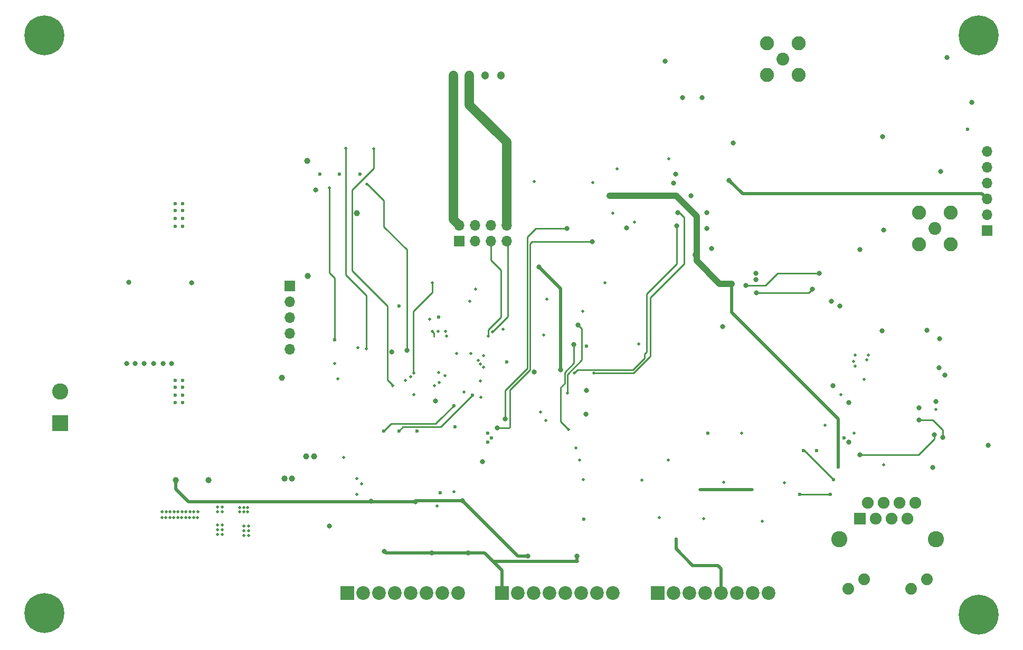
<source format=gbr>
G04 #@! TF.GenerationSoftware,KiCad,Pcbnew,(5.1.9)-1*
G04 #@! TF.CreationDate,2021-02-18T13:51:06+04:00*
G04 #@! TF.ProjectId,saxli,7361786c-692e-46b6-9963-61645f706362,rev?*
G04 #@! TF.SameCoordinates,Original*
G04 #@! TF.FileFunction,Copper,L3,Inr*
G04 #@! TF.FilePolarity,Positive*
%FSLAX46Y46*%
G04 Gerber Fmt 4.6, Leading zero omitted, Abs format (unit mm)*
G04 Created by KiCad (PCBNEW (5.1.9)-1) date 2021-02-18 13:51:06*
%MOMM*%
%LPD*%
G01*
G04 APERTURE LIST*
G04 #@! TA.AperFunction,ComponentPad*
%ADD10C,1.303000*%
G04 #@! TD*
G04 #@! TA.AperFunction,ComponentPad*
%ADD11C,2.250000*%
G04 #@! TD*
G04 #@! TA.AperFunction,ComponentPad*
%ADD12C,2.050000*%
G04 #@! TD*
G04 #@! TA.AperFunction,ComponentPad*
%ADD13O,1.700000X1.700000*%
G04 #@! TD*
G04 #@! TA.AperFunction,ComponentPad*
%ADD14R,1.700000X1.700000*%
G04 #@! TD*
G04 #@! TA.AperFunction,ComponentPad*
%ADD15R,2.200000X2.200000*%
G04 #@! TD*
G04 #@! TA.AperFunction,ComponentPad*
%ADD16C,2.200000*%
G04 #@! TD*
G04 #@! TA.AperFunction,ComponentPad*
%ADD17C,0.600000*%
G04 #@! TD*
G04 #@! TA.AperFunction,ComponentPad*
%ADD18C,2.600000*%
G04 #@! TD*
G04 #@! TA.AperFunction,ComponentPad*
%ADD19C,1.890000*%
G04 #@! TD*
G04 #@! TA.AperFunction,ComponentPad*
%ADD20C,1.900000*%
G04 #@! TD*
G04 #@! TA.AperFunction,ComponentPad*
%ADD21R,1.900000X1.900000*%
G04 #@! TD*
G04 #@! TA.AperFunction,ComponentPad*
%ADD22R,2.600000X2.600000*%
G04 #@! TD*
G04 #@! TA.AperFunction,ComponentPad*
%ADD23C,6.400000*%
G04 #@! TD*
G04 #@! TA.AperFunction,ViaPad*
%ADD24C,0.500000*%
G04 #@! TD*
G04 #@! TA.AperFunction,ViaPad*
%ADD25C,0.600000*%
G04 #@! TD*
G04 #@! TA.AperFunction,ViaPad*
%ADD26C,0.800000*%
G04 #@! TD*
G04 #@! TA.AperFunction,ViaPad*
%ADD27C,1.000000*%
G04 #@! TD*
G04 #@! TA.AperFunction,Conductor*
%ADD28C,0.500000*%
G04 #@! TD*
G04 #@! TA.AperFunction,Conductor*
%ADD29C,0.250000*%
G04 #@! TD*
G04 #@! TA.AperFunction,Conductor*
%ADD30C,1.000000*%
G04 #@! TD*
G04 #@! TA.AperFunction,Conductor*
%ADD31C,1.500000*%
G04 #@! TD*
G04 APERTURE END LIST*
D10*
X116459000Y-31877000D03*
X113919000Y-31877000D03*
X111379000Y-31877000D03*
X108839000Y-31877000D03*
D11*
X164211000Y-31750000D03*
X159131000Y-31750000D03*
X159131000Y-26670000D03*
X164211000Y-26670000D03*
D12*
X161671000Y-29210000D03*
D11*
X183515000Y-58928000D03*
X183515000Y-53848000D03*
X188595000Y-53848000D03*
X188595000Y-58928000D03*
D12*
X186055000Y-56388000D03*
D13*
X194437000Y-44069000D03*
X194437000Y-46609000D03*
X194437000Y-49149000D03*
X194437000Y-51689000D03*
X194437000Y-54229000D03*
D14*
X194437000Y-56769000D03*
D15*
X141605000Y-114935000D03*
D16*
X144145000Y-114935000D03*
X146685000Y-114935000D03*
X149225000Y-114935000D03*
X151765000Y-114935000D03*
X154305000Y-114935000D03*
X156845000Y-114935000D03*
X159385000Y-114935000D03*
D15*
X91821000Y-114935000D03*
D16*
X94361000Y-114935000D03*
X96901000Y-114935000D03*
X99441000Y-114935000D03*
X101981000Y-114935000D03*
X104521000Y-114935000D03*
X107061000Y-114935000D03*
X109601000Y-114935000D03*
D15*
X116586000Y-114935000D03*
D16*
X119126000Y-114935000D03*
X121666000Y-114935000D03*
X124206000Y-114935000D03*
X126746000Y-114935000D03*
X129286000Y-114935000D03*
X131826000Y-114935000D03*
X134366000Y-114935000D03*
D17*
X64170000Y-80750000D03*
X64170000Y-81850000D03*
X65370000Y-81850000D03*
X65370000Y-80750000D03*
X64170000Y-84350000D03*
X64170000Y-83150000D03*
X65370000Y-83150000D03*
X65370000Y-84350000D03*
X64170000Y-52429000D03*
X64170000Y-53529000D03*
X65370000Y-53529000D03*
X65370000Y-52429000D03*
X64170000Y-56029000D03*
X64170000Y-54829000D03*
X65370000Y-54829000D03*
X65370000Y-56029000D03*
D18*
X186210000Y-106287000D03*
X170660000Y-106287000D03*
D19*
X172110000Y-114237000D03*
X174650000Y-112717000D03*
X182220000Y-114237000D03*
X184760000Y-112717000D03*
D20*
X182880000Y-100457000D03*
X181610000Y-102997000D03*
X180340000Y-100457000D03*
X179070000Y-102997000D03*
X177800000Y-100457000D03*
X176530000Y-102997000D03*
X175260000Y-100457000D03*
D21*
X173990000Y-102997000D03*
D14*
X109728000Y-58420000D03*
D13*
X109728000Y-55880000D03*
X112268000Y-58420000D03*
X112268000Y-55880000D03*
X114808000Y-58420000D03*
X114808000Y-55880000D03*
X117348000Y-58420000D03*
X117348000Y-55880000D03*
X82550000Y-75819000D03*
X82550000Y-73279000D03*
X82550000Y-70739000D03*
X82550000Y-68199000D03*
D14*
X82550000Y-65659000D03*
D18*
X45720000Y-82550000D03*
D22*
X45720000Y-87630000D03*
D23*
X193040000Y-25400000D03*
X193040000Y-118364000D03*
X43180000Y-118110000D03*
X43180000Y-25400000D03*
D24*
X74549000Y-101219000D03*
X74549000Y-101854000D03*
X75819000Y-101219000D03*
X75184000Y-101219000D03*
X75819000Y-101854000D03*
X75184000Y-101854000D03*
X75946000Y-104140000D03*
X75184000Y-104140000D03*
X75946000Y-104902000D03*
X75184000Y-104902000D03*
X75184000Y-105664000D03*
X75946000Y-105664000D03*
X71755000Y-101854000D03*
X71755000Y-101092000D03*
X70993000Y-101092000D03*
X70993000Y-101854000D03*
X71755000Y-104013000D03*
X71755000Y-104775000D03*
X71755000Y-105537000D03*
X70993000Y-104013000D03*
X70993000Y-104775000D03*
X70993000Y-105537000D03*
X122811500Y-85854500D03*
X105029000Y-70993000D03*
X111392000Y-68072000D03*
X123812000Y-67704000D03*
D25*
X130175000Y-75311000D03*
D24*
X148971000Y-102997000D03*
X152146000Y-97091500D03*
X161859000Y-97221000D03*
X106172000Y-100965000D03*
X108902500Y-98615500D03*
D26*
X88900000Y-104140000D03*
D24*
X168402000Y-88011000D03*
X101092000Y-80772000D03*
X141841000Y-102761000D03*
X133096000Y-65151000D03*
D27*
X85344000Y-45593000D03*
D24*
X123317000Y-73533000D03*
X90297000Y-80518000D03*
X128458000Y-91633000D03*
D26*
X173990000Y-59817000D03*
X177785000Y-56657000D03*
X186943000Y-47245000D03*
X191960000Y-36132000D03*
X142748000Y-29591000D03*
X146939000Y-51181000D03*
X153685000Y-42657000D03*
X121729500Y-79438500D03*
D25*
X144526000Y-106299000D03*
X129690500Y-103020500D03*
D26*
X177672000Y-41657000D03*
X150178000Y-59626000D03*
X113474000Y-93790000D03*
D25*
X93793000Y-47685000D03*
X90493000Y-47683000D03*
X87343000Y-47719000D03*
X106680000Y-98806000D03*
D26*
X186182000Y-84201000D03*
X194577000Y-91173000D03*
X172212000Y-90678000D03*
X172212000Y-84328000D03*
X177586000Y-72811000D03*
X187642500Y-79946500D03*
D24*
X62103000Y-101854000D03*
X62738000Y-101854000D03*
X63373000Y-101854000D03*
X64008000Y-101854000D03*
X64643000Y-101854000D03*
X65278000Y-101854000D03*
X65913000Y-101854000D03*
X66548000Y-101854000D03*
X67183000Y-101854000D03*
X67818000Y-101854000D03*
X62035000Y-102811000D03*
X62670000Y-102811000D03*
X63305000Y-102811000D03*
X63940000Y-102811000D03*
X64575000Y-102811000D03*
X65210000Y-102811000D03*
X65845000Y-102811000D03*
X66480000Y-102811000D03*
X67115000Y-102811000D03*
X67750000Y-102811000D03*
X112395000Y-66167000D03*
X143383000Y-45212000D03*
D26*
X63627000Y-78105000D03*
X62230000Y-78105000D03*
X60706000Y-78105000D03*
X59182000Y-78105000D03*
X57785000Y-78105000D03*
X56388000Y-78105000D03*
X152019000Y-72136000D03*
X66802000Y-65151000D03*
X56769000Y-65024000D03*
D24*
X138557000Y-74930000D03*
D26*
X145542000Y-35433000D03*
X148717000Y-35433000D03*
D25*
X191262000Y-40513000D03*
D26*
X187960000Y-28956000D03*
D27*
X81280000Y-80391000D03*
X82922000Y-96511000D03*
X81670000Y-96511000D03*
D26*
X105313000Y-108488000D03*
X111155000Y-108428000D03*
X97693000Y-108234000D03*
X128651000Y-108966000D03*
D24*
X156702000Y-98314000D03*
X148336000Y-98298000D03*
X143256000Y-93599000D03*
X129032000Y-93599000D03*
X158305500Y-103378000D03*
X123634500Y-87185500D03*
X170958000Y-83042000D03*
D26*
X98933000Y-76200000D03*
X125984000Y-79121000D03*
X122555000Y-62611000D03*
D24*
X113157000Y-80899000D03*
X109347000Y-76454000D03*
X105725999Y-81599001D03*
X89784499Y-78109501D03*
D27*
X85217000Y-92964000D03*
X86487000Y-92964000D03*
D26*
X86673999Y-50232001D03*
D27*
X85471000Y-64008000D03*
D26*
X169672000Y-81661000D03*
X186690000Y-78740000D03*
D24*
X127254000Y-88646000D03*
D26*
X128143000Y-75057000D03*
D24*
X106351000Y-72898000D03*
X177800000Y-94361000D03*
X173101000Y-89281000D03*
X173228000Y-76708000D03*
X106426000Y-79502000D03*
D26*
X101346000Y-75946000D03*
D24*
X94893000Y-49252000D03*
X172974000Y-77724000D03*
X107442000Y-80010000D03*
D26*
X136602000Y-56311000D03*
D24*
X134366000Y-53975000D03*
D26*
X184785000Y-72771000D03*
X186753500Y-74104500D03*
X183515000Y-85217000D03*
X185674000Y-94742000D03*
X183515000Y-87122000D03*
X187325000Y-89916000D03*
X185928000Y-89535000D03*
X173984999Y-92715001D03*
D24*
X186182000Y-85471000D03*
X101917500Y-80200500D03*
X174692001Y-80577999D03*
X106553000Y-81153000D03*
X102489000Y-79629000D03*
X105410000Y-65151000D03*
D27*
X64275000Y-96761000D03*
D24*
X131191000Y-49022000D03*
D25*
X170497500Y-94678500D03*
X135128000Y-51181000D03*
D26*
X110236000Y-100076000D03*
X102713000Y-100233000D03*
X95631000Y-100203000D03*
X120777000Y-108966000D03*
D27*
X93345000Y-53975000D03*
X69482000Y-96761000D03*
D26*
X136144000Y-51181000D03*
D24*
X173228000Y-78486000D03*
X113220500Y-83502500D03*
X175133000Y-77470000D03*
X111633000Y-76454000D03*
X175387000Y-76708000D03*
X116776500Y-72580500D03*
X94869000Y-75692000D03*
X91567000Y-43561000D03*
X99060000Y-81661000D03*
X95993000Y-43580000D03*
D25*
X117348000Y-77851000D03*
X89721999Y-74235001D03*
D24*
X88900000Y-49911000D03*
D25*
X114300000Y-89281000D03*
X149606000Y-89281000D03*
D24*
X155067000Y-89281000D03*
D25*
X114935000Y-90043000D03*
D24*
X93282205Y-99060705D03*
X113601500Y-78676500D03*
X94043500Y-97345500D03*
X113093500Y-78168500D03*
X93345000Y-96520000D03*
X112776000Y-77533500D03*
X113601500Y-76771500D03*
X91186000Y-93154500D03*
X139065000Y-96774000D03*
X129603500Y-96710500D03*
X105410000Y-72898000D03*
X127095000Y-82836000D03*
D26*
X128778000Y-71882000D03*
X115824000Y-88392000D03*
X131064000Y-58547000D03*
X117094000Y-86995000D03*
X127000000Y-56388000D03*
D24*
X114427000Y-73660000D03*
X115062000Y-73025000D03*
X107569000Y-72898000D03*
D25*
X164973000Y-92075000D03*
X169735500Y-96710500D03*
D24*
X107696000Y-73660000D03*
D25*
X171450000Y-90043000D03*
X106426000Y-70612000D03*
X100076000Y-68834000D03*
X109093000Y-88265000D03*
X102997000Y-88900000D03*
X108851000Y-84824000D03*
X97663000Y-88900000D03*
X111887000Y-83185000D03*
X100076000Y-88900000D03*
D26*
X144463000Y-47689000D03*
D24*
X93472000Y-75565000D03*
X131318000Y-79629000D03*
D26*
X144780000Y-53848000D03*
D24*
X102489000Y-83058000D03*
X110490000Y-82677000D03*
X128206500Y-79565500D03*
D26*
X144653000Y-56007000D03*
X149479000Y-56388000D03*
X153019000Y-48657000D03*
X130111500Y-82359500D03*
X105918000Y-84074000D03*
X130048000Y-86233000D03*
X149479000Y-53848000D03*
X167513000Y-63627000D03*
X155702000Y-65532000D03*
D24*
X121793000Y-48895000D03*
X135064500Y-46799500D03*
D26*
X157353000Y-64643000D03*
X170815000Y-68834000D03*
X157347761Y-63632239D03*
X169418000Y-68072000D03*
X166370000Y-66167000D03*
X157420600Y-66734400D03*
D25*
X114300000Y-90678000D03*
X167068500Y-92011500D03*
X164338000Y-99060000D03*
X169291000Y-99060000D03*
D24*
X129540000Y-69723000D03*
X137872000Y-55422000D03*
D26*
X144145000Y-49149000D03*
D28*
X151765000Y-114935000D02*
X151765000Y-110998000D01*
X151765000Y-110998000D02*
X151257000Y-110490000D01*
X151257000Y-110490000D02*
X147193000Y-110490000D01*
X144526000Y-107823000D02*
X144526000Y-106299000D01*
X147193000Y-110490000D02*
X144526000Y-107823000D01*
X116586000Y-114935000D02*
X116586000Y-111252000D01*
X97947000Y-108488000D02*
X97693000Y-108234000D01*
X108428000Y-108488000D02*
X97947000Y-108488000D01*
X113822000Y-108488000D02*
X108428000Y-108488000D01*
X108428000Y-108488000D02*
X105313000Y-108488000D01*
X114935000Y-109601000D02*
X113822000Y-108488000D01*
X116586000Y-111252000D02*
X114935000Y-109601000D01*
X128651000Y-109777002D02*
X128651000Y-108966000D01*
X128689999Y-109816001D02*
X128651000Y-109777002D01*
X115150001Y-109816001D02*
X128689999Y-109816001D01*
X114935000Y-109601000D02*
X115150001Y-109816001D01*
X156686000Y-98298000D02*
X156702000Y-98314000D01*
X148336000Y-98298000D02*
X156686000Y-98298000D01*
X125984000Y-66040000D02*
X122555000Y-62611000D01*
X125984000Y-79121000D02*
X125984000Y-66040000D01*
D29*
X127254000Y-88646000D02*
X127254000Y-88646000D01*
X126644990Y-81254010D02*
X126644990Y-79476010D01*
X125984000Y-87376000D02*
X125984000Y-81915000D01*
X125984000Y-81915000D02*
X126644990Y-81254010D01*
X125984000Y-87376000D02*
X127254000Y-88646000D01*
X126644990Y-79476010D02*
X128143000Y-77978000D01*
X128143000Y-77978000D02*
X128143000Y-75946000D01*
X128143000Y-75946000D02*
X128143000Y-75057000D01*
X101346000Y-59817000D02*
X101346000Y-60960000D01*
X101346000Y-75946000D02*
X101346000Y-60960000D01*
X97663000Y-56134000D02*
X97663000Y-51943000D01*
X97663000Y-56134000D02*
X101346000Y-59817000D01*
X97663000Y-51943000D02*
X94869000Y-49149000D01*
X187325000Y-89916000D02*
X187325000Y-88773000D01*
X185674000Y-87122000D02*
X183515000Y-87122000D01*
X187325000Y-88773000D02*
X185674000Y-87122000D01*
X173984999Y-92715001D02*
X183382999Y-92715001D01*
X185928000Y-90170000D02*
X185928000Y-89535000D01*
X183382999Y-92715001D02*
X185928000Y-90170000D01*
X102362000Y-79502000D02*
X102362000Y-69723000D01*
X102362000Y-69723000D02*
X105410000Y-66675000D01*
X105410000Y-66675000D02*
X105410000Y-66675000D01*
X105410000Y-66675000D02*
X105410000Y-65151000D01*
D28*
X170497500Y-86984984D02*
X153416000Y-69903484D01*
X170497500Y-94678500D02*
X170497500Y-86984984D01*
X135128000Y-51181000D02*
X135128000Y-51181000D01*
X102870000Y-100076000D02*
X102713000Y-100233000D01*
X110236000Y-100076000D02*
X102870000Y-100076000D01*
X102713000Y-100233000D02*
X66324000Y-100233000D01*
X64275000Y-98184000D02*
X64275000Y-96761000D01*
X66324000Y-100233000D02*
X64275000Y-98184000D01*
X119126000Y-108966000D02*
X110236000Y-100076000D01*
X120777000Y-108966000D02*
X119126000Y-108966000D01*
D30*
X151511000Y-65278000D02*
X153416000Y-65278000D01*
X147805002Y-61572002D02*
X151511000Y-65278000D01*
D28*
X153416000Y-69903484D02*
X153416000Y-65278000D01*
D30*
X147805002Y-60556002D02*
X147805002Y-61572002D01*
X147701000Y-60660004D02*
X147805002Y-60556002D01*
X144145000Y-51181000D02*
X136144000Y-51181000D01*
X144526000Y-51181000D02*
X144145000Y-51181000D01*
X147805002Y-54460002D02*
X144526000Y-51181000D01*
X147805002Y-60556002D02*
X147805002Y-54460002D01*
X135128000Y-51181000D02*
X133858000Y-51181000D01*
X136144000Y-51181000D02*
X135128000Y-51181000D01*
D29*
X94869000Y-75692000D02*
X94869000Y-67183000D01*
X94869000Y-67183000D02*
X91567000Y-63881000D01*
X91567000Y-63881000D02*
X91567000Y-43434000D01*
X91567000Y-43434000D02*
X91567000Y-43434000D01*
X92515999Y-63178999D02*
X92515999Y-50232001D01*
X92515999Y-50232001D02*
X95993000Y-46755000D01*
X98207999Y-68870999D02*
X92515999Y-63178999D01*
X98207999Y-80735001D02*
X98207999Y-68870999D01*
X99060000Y-81587002D02*
X98207999Y-80735001D01*
X95993000Y-46755000D02*
X95993000Y-43580000D01*
X99060000Y-81661000D02*
X99060000Y-81587002D01*
X89721999Y-64321999D02*
X88900000Y-63500000D01*
X88900000Y-63500000D02*
X88900000Y-49784000D01*
X89721999Y-74235001D02*
X89721999Y-64321999D01*
X105664000Y-73152000D02*
X105410000Y-72898000D01*
X105664000Y-73787000D02*
X105664000Y-73152000D01*
X105664000Y-73406000D02*
X105664000Y-73787000D01*
X127095000Y-79825998D02*
X129413000Y-77507998D01*
X127095000Y-82836000D02*
X127095000Y-79825998D01*
X129413000Y-77507998D02*
X129413000Y-76200000D01*
X129413000Y-76200000D02*
X129413000Y-75565000D01*
X129413000Y-75565000D02*
X129413000Y-72517000D01*
X129413000Y-72517000D02*
X128778000Y-71882000D01*
X128778000Y-71882000D02*
X128778000Y-71882000D01*
X115824000Y-88392000D02*
X117729000Y-88392000D01*
X121100010Y-79053400D02*
X121100010Y-58858990D01*
X117819001Y-82334409D02*
X121100010Y-79053400D01*
X117819001Y-88301999D02*
X117819001Y-82334409D01*
X117729000Y-88392000D02*
X117819001Y-88301999D01*
X121100010Y-58858990D02*
X121412000Y-58547000D01*
X121412000Y-58547000D02*
X127000000Y-58547000D01*
X127000000Y-58547000D02*
X131064000Y-58547000D01*
X131064000Y-58547000D02*
X131064000Y-58547000D01*
X127000000Y-56388000D02*
X127000000Y-56388000D01*
X117094000Y-82423000D02*
X117094000Y-86995000D01*
X120650000Y-78867000D02*
X117094000Y-82423000D01*
X122047000Y-56388000D02*
X120650000Y-57785000D01*
X120650000Y-57785000D02*
X120650000Y-78867000D01*
X127000000Y-56388000D02*
X122047000Y-56388000D01*
X114808000Y-61468000D02*
X114808000Y-58420000D01*
X116453490Y-63113490D02*
X114808000Y-61468000D01*
X114427000Y-72632980D02*
X116453490Y-70606490D01*
X116453490Y-70606490D02*
X116453490Y-63113490D01*
X114427000Y-73660000D02*
X114427000Y-72632980D01*
X117538500Y-58610500D02*
X117348000Y-58420000D01*
X117538500Y-70548500D02*
X117538500Y-58610500D01*
X115062000Y-73025000D02*
X117538500Y-70548500D01*
X165100000Y-92075000D02*
X164973000Y-92075000D01*
X169735500Y-96710500D02*
X165100000Y-92075000D01*
X106680000Y-86995000D02*
X108851000Y-84824000D01*
X105918000Y-87757000D02*
X106680000Y-86995000D01*
X98806000Y-87757000D02*
X105918000Y-87757000D01*
X97663000Y-88900000D02*
X98806000Y-87757000D01*
X100701001Y-88274999D02*
X100076000Y-88900000D01*
X106797001Y-88274999D02*
X100701001Y-88274999D01*
X111887000Y-83185000D02*
X106797001Y-88274999D01*
X144780000Y-53848000D02*
X144780000Y-53848000D01*
X145034000Y-53848000D02*
X144780000Y-53848000D01*
X131318000Y-79629000D02*
X137668000Y-79629000D01*
X140398500Y-76898500D02*
X140398500Y-67500500D01*
X137668000Y-79629000D02*
X140398500Y-76898500D01*
X145796000Y-62103000D02*
X145796000Y-54610000D01*
X140398500Y-67500500D02*
X145796000Y-62103000D01*
X145796000Y-54610000D02*
X145034000Y-53848000D01*
X144653000Y-56007000D02*
X144653000Y-56007000D01*
X139440490Y-77220100D02*
X139440490Y-76586510D01*
X137606591Y-79053999D02*
X139440490Y-77220100D01*
X128718001Y-79053999D02*
X137606591Y-79053999D01*
X128206500Y-79565500D02*
X128718001Y-79053999D01*
X139827000Y-76200000D02*
X139827000Y-66929000D01*
X139440490Y-76586510D02*
X139827000Y-76200000D01*
X144653000Y-62103000D02*
X144653000Y-57912000D01*
X139827000Y-66929000D02*
X144653000Y-62103000D01*
X144653000Y-57912000D02*
X144653000Y-56007000D01*
D28*
X155201001Y-50839001D02*
X153019000Y-48657000D01*
X193587001Y-50839001D02*
X155201001Y-50839001D01*
X194437000Y-51689000D02*
X193587001Y-50839001D01*
D29*
X167513000Y-63627000D02*
X160782000Y-63627000D01*
X160782000Y-63627000D02*
X158877000Y-65532000D01*
X158877000Y-65532000D02*
X158369000Y-65532000D01*
X158369000Y-65532000D02*
X157353000Y-65532000D01*
X158369000Y-65532000D02*
X155702000Y-65532000D01*
X165802600Y-66734400D02*
X166370000Y-66167000D01*
X157420600Y-66734400D02*
X165802600Y-66734400D01*
X164338000Y-99060000D02*
X169291000Y-99060000D01*
D31*
X108839000Y-54991000D02*
X109728000Y-55880000D01*
X108839000Y-31877000D02*
X108839000Y-54991000D01*
X111379000Y-31877000D02*
X111379000Y-36576000D01*
X117348000Y-42545000D02*
X117348000Y-55880000D01*
X111379000Y-36576000D02*
X117348000Y-42545000D01*
M02*

</source>
